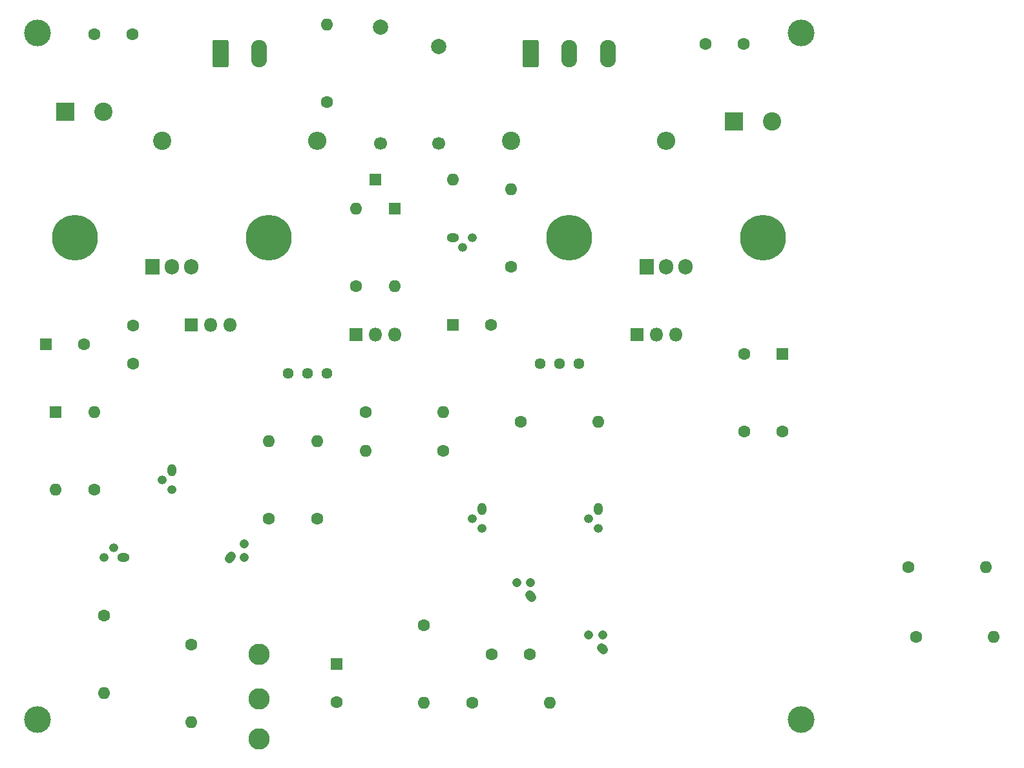
<source format=gbr>
G04 #@! TF.GenerationSoftware,KiCad,Pcbnew,(5.0.2)-1*
G04 #@! TF.CreationDate,2020-03-01T15:29:14+01:00*
G04 #@! TF.ProjectId,Ampli,416d706c-692e-46b6-9963-61645f706362,rev?*
G04 #@! TF.SameCoordinates,Original*
G04 #@! TF.FileFunction,Copper,L2,Bot*
G04 #@! TF.FilePolarity,Positive*
%FSLAX46Y46*%
G04 Gerber Fmt 4.6, Leading zero omitted, Abs format (unit mm)*
G04 Created by KiCad (PCBNEW (5.0.2)-1) date 01/03/2020 15:29:14*
%MOMM*%
%LPD*%
G01*
G04 APERTURE LIST*
G04 #@! TA.AperFunction,ComponentPad*
%ADD10C,1.600000*%
G04 #@! TD*
G04 #@! TA.AperFunction,ComponentPad*
%ADD11R,1.600000X1.600000*%
G04 #@! TD*
G04 #@! TA.AperFunction,ComponentPad*
%ADD12C,2.400000*%
G04 #@! TD*
G04 #@! TA.AperFunction,ComponentPad*
%ADD13R,2.400000X2.400000*%
G04 #@! TD*
G04 #@! TA.AperFunction,ComponentPad*
%ADD14O,1.600000X1.600000*%
G04 #@! TD*
G04 #@! TA.AperFunction,ComponentPad*
%ADD15C,6.000000*%
G04 #@! TD*
G04 #@! TA.AperFunction,Conductor*
%ADD16C,0.100000*%
G04 #@! TD*
G04 #@! TA.AperFunction,ComponentPad*
%ADD17C,2.080000*%
G04 #@! TD*
G04 #@! TA.AperFunction,ComponentPad*
%ADD18O,2.080000X3.600000*%
G04 #@! TD*
G04 #@! TA.AperFunction,ComponentPad*
%ADD19C,1.200000*%
G04 #@! TD*
G04 #@! TA.AperFunction,Conductor*
%ADD20C,1.200000*%
G04 #@! TD*
G04 #@! TA.AperFunction,ComponentPad*
%ADD21O,1.200000X1.200000*%
G04 #@! TD*
G04 #@! TA.AperFunction,ComponentPad*
%ADD22O,1.600000X1.200000*%
G04 #@! TD*
G04 #@! TA.AperFunction,ComponentPad*
%ADD23O,1.200000X1.600000*%
G04 #@! TD*
G04 #@! TA.AperFunction,ComponentPad*
%ADD24R,1.800000X1.800000*%
G04 #@! TD*
G04 #@! TA.AperFunction,ComponentPad*
%ADD25O,1.800000X1.800000*%
G04 #@! TD*
G04 #@! TA.AperFunction,ComponentPad*
%ADD26O,1.905000X2.000000*%
G04 #@! TD*
G04 #@! TA.AperFunction,ComponentPad*
%ADD27R,1.905000X2.000000*%
G04 #@! TD*
G04 #@! TA.AperFunction,ComponentPad*
%ADD28O,2.400000X2.400000*%
G04 #@! TD*
G04 #@! TA.AperFunction,ComponentPad*
%ADD29C,1.440000*%
G04 #@! TD*
G04 #@! TA.AperFunction,ComponentPad*
%ADD30C,1.700000*%
G04 #@! TD*
G04 #@! TA.AperFunction,ComponentPad*
%ADD31C,2.000000*%
G04 #@! TD*
G04 #@! TA.AperFunction,ComponentPad*
%ADD32C,2.800000*%
G04 #@! TD*
G04 #@! TA.AperFunction,ViaPad*
%ADD33C,3.500000*%
G04 #@! TD*
G04 APERTURE END LIST*
D10*
G04 #@! TO.P,C1,2*
G04 #@! TO.N,Net-(C1-Pad2)*
X76200000Y-116760000D03*
D11*
G04 #@! TO.P,C1,1*
G04 #@! TO.N,Net-(C1-Pad1)*
X76200000Y-111760000D03*
G04 #@! TD*
D10*
G04 #@! TO.P,C2,2*
G04 #@! TO.N,Net-(C2-Pad2)*
X101520000Y-110490000D03*
G04 #@! TO.P,C2,1*
G04 #@! TO.N,Net-(C2-Pad1)*
X96520000Y-110490000D03*
G04 #@! TD*
D11*
G04 #@! TO.P,C3,1*
G04 #@! TO.N,Net-(C3-Pad1)*
X91440000Y-67310000D03*
D10*
G04 #@! TO.P,C3,2*
G04 #@! TO.N,-12V*
X96440000Y-67310000D03*
G04 #@! TD*
G04 #@! TO.P,C4,2*
G04 #@! TO.N,GND*
X43100000Y-69850000D03*
D11*
G04 #@! TO.P,C4,1*
G04 #@! TO.N,+12V*
X38100000Y-69850000D03*
G04 #@! TD*
D10*
G04 #@! TO.P,C5,1*
G04 #@! TO.N,+12V*
X49530000Y-72390000D03*
G04 #@! TO.P,C5,2*
G04 #@! TO.N,GND*
X49530000Y-67390000D03*
G04 #@! TD*
D11*
G04 #@! TO.P,C6,1*
G04 #@! TO.N,GND*
X134620000Y-71120000D03*
D10*
G04 #@! TO.P,C6,2*
G04 #@! TO.N,-12V*
X129620000Y-71120000D03*
G04 #@! TD*
G04 #@! TO.P,C7,1*
G04 #@! TO.N,GND*
X134620000Y-81280000D03*
G04 #@! TO.P,C7,2*
G04 #@! TO.N,-12V*
X129620000Y-81280000D03*
G04 #@! TD*
D12*
G04 #@! TO.P,C8,2*
G04 #@! TO.N,GND*
X45640000Y-39370000D03*
D13*
G04 #@! TO.P,C8,1*
G04 #@! TO.N,+12V*
X40640000Y-39370000D03*
G04 #@! TD*
D10*
G04 #@! TO.P,C9,1*
G04 #@! TO.N,+12V*
X129540000Y-30480000D03*
G04 #@! TO.P,C9,2*
G04 #@! TO.N,GND*
X124540000Y-30480000D03*
G04 #@! TD*
D13*
G04 #@! TO.P,C10,1*
G04 #@! TO.N,GND*
X128270000Y-40640000D03*
D12*
G04 #@! TO.P,C10,2*
G04 #@! TO.N,-12V*
X133270000Y-40640000D03*
G04 #@! TD*
D10*
G04 #@! TO.P,C11,2*
G04 #@! TO.N,-12V*
X49450000Y-29210000D03*
G04 #@! TO.P,C11,1*
G04 #@! TO.N,GND*
X44450000Y-29210000D03*
G04 #@! TD*
D14*
G04 #@! TO.P,D1,2*
G04 #@! TO.N,Net-(D1-Pad2)*
X91440000Y-48260000D03*
D11*
G04 #@! TO.P,D1,1*
G04 #@! TO.N,+12V*
X81280000Y-48260000D03*
G04 #@! TD*
G04 #@! TO.P,D2,1*
G04 #@! TO.N,Net-(D2-Pad1)*
X83820000Y-52070000D03*
D14*
G04 #@! TO.P,D2,2*
G04 #@! TO.N,Net-(C3-Pad1)*
X83820000Y-62230000D03*
G04 #@! TD*
D11*
G04 #@! TO.P,Dz1,1*
G04 #@! TO.N,+12V*
X39370000Y-78740000D03*
D14*
G04 #@! TO.P,Dz1,2*
G04 #@! TO.N,Net-(Dz1-Pad2)*
X39370000Y-88900000D03*
G04 #@! TD*
D15*
G04 #@! TO.P,HS1,1*
G04 #@! TO.N,N/C*
X132080000Y-55880000D03*
X106680000Y-55880000D03*
G04 #@! TD*
G04 #@! TO.P,HS2,1*
G04 #@! TO.N,N/C*
X41910000Y-55880000D03*
X67310000Y-55880000D03*
G04 #@! TD*
D16*
G04 #@! TO.N,Net-(J2-Pad1)*
G04 #@! TO.C,J2*
G36*
X61774505Y-29951204D02*
X61798773Y-29954804D01*
X61822572Y-29960765D01*
X61845671Y-29969030D01*
X61867850Y-29979520D01*
X61888893Y-29992132D01*
X61908599Y-30006747D01*
X61926777Y-30023223D01*
X61943253Y-30041401D01*
X61957868Y-30061107D01*
X61970480Y-30082150D01*
X61980970Y-30104329D01*
X61989235Y-30127428D01*
X61995196Y-30151227D01*
X61998796Y-30175495D01*
X62000000Y-30199999D01*
X62000000Y-33300001D01*
X61998796Y-33324505D01*
X61995196Y-33348773D01*
X61989235Y-33372572D01*
X61980970Y-33395671D01*
X61970480Y-33417850D01*
X61957868Y-33438893D01*
X61943253Y-33458599D01*
X61926777Y-33476777D01*
X61908599Y-33493253D01*
X61888893Y-33507868D01*
X61867850Y-33520480D01*
X61845671Y-33530970D01*
X61822572Y-33539235D01*
X61798773Y-33545196D01*
X61774505Y-33548796D01*
X61750001Y-33550000D01*
X60169999Y-33550000D01*
X60145495Y-33548796D01*
X60121227Y-33545196D01*
X60097428Y-33539235D01*
X60074329Y-33530970D01*
X60052150Y-33520480D01*
X60031107Y-33507868D01*
X60011401Y-33493253D01*
X59993223Y-33476777D01*
X59976747Y-33458599D01*
X59962132Y-33438893D01*
X59949520Y-33417850D01*
X59939030Y-33395671D01*
X59930765Y-33372572D01*
X59924804Y-33348773D01*
X59921204Y-33324505D01*
X59920000Y-33300001D01*
X59920000Y-30199999D01*
X59921204Y-30175495D01*
X59924804Y-30151227D01*
X59930765Y-30127428D01*
X59939030Y-30104329D01*
X59949520Y-30082150D01*
X59962132Y-30061107D01*
X59976747Y-30041401D01*
X59993223Y-30023223D01*
X60011401Y-30006747D01*
X60031107Y-29992132D01*
X60052150Y-29979520D01*
X60074329Y-29969030D01*
X60097428Y-29960765D01*
X60121227Y-29954804D01*
X60145495Y-29951204D01*
X60169999Y-29950000D01*
X61750001Y-29950000D01*
X61774505Y-29951204D01*
X61774505Y-29951204D01*
G37*
D17*
G04 #@! TD*
G04 #@! TO.P,J2,1*
G04 #@! TO.N,Net-(J2-Pad1)*
X60960000Y-31750000D03*
D18*
G04 #@! TO.P,J2,2*
G04 #@! TO.N,GND*
X66040000Y-31750000D03*
G04 #@! TD*
D16*
G04 #@! TO.N,-12V*
G04 #@! TO.C,J3*
G36*
X102414505Y-29951204D02*
X102438773Y-29954804D01*
X102462572Y-29960765D01*
X102485671Y-29969030D01*
X102507850Y-29979520D01*
X102528893Y-29992132D01*
X102548599Y-30006747D01*
X102566777Y-30023223D01*
X102583253Y-30041401D01*
X102597868Y-30061107D01*
X102610480Y-30082150D01*
X102620970Y-30104329D01*
X102629235Y-30127428D01*
X102635196Y-30151227D01*
X102638796Y-30175495D01*
X102640000Y-30199999D01*
X102640000Y-33300001D01*
X102638796Y-33324505D01*
X102635196Y-33348773D01*
X102629235Y-33372572D01*
X102620970Y-33395671D01*
X102610480Y-33417850D01*
X102597868Y-33438893D01*
X102583253Y-33458599D01*
X102566777Y-33476777D01*
X102548599Y-33493253D01*
X102528893Y-33507868D01*
X102507850Y-33520480D01*
X102485671Y-33530970D01*
X102462572Y-33539235D01*
X102438773Y-33545196D01*
X102414505Y-33548796D01*
X102390001Y-33550000D01*
X100809999Y-33550000D01*
X100785495Y-33548796D01*
X100761227Y-33545196D01*
X100737428Y-33539235D01*
X100714329Y-33530970D01*
X100692150Y-33520480D01*
X100671107Y-33507868D01*
X100651401Y-33493253D01*
X100633223Y-33476777D01*
X100616747Y-33458599D01*
X100602132Y-33438893D01*
X100589520Y-33417850D01*
X100579030Y-33395671D01*
X100570765Y-33372572D01*
X100564804Y-33348773D01*
X100561204Y-33324505D01*
X100560000Y-33300001D01*
X100560000Y-30199999D01*
X100561204Y-30175495D01*
X100564804Y-30151227D01*
X100570765Y-30127428D01*
X100579030Y-30104329D01*
X100589520Y-30082150D01*
X100602132Y-30061107D01*
X100616747Y-30041401D01*
X100633223Y-30023223D01*
X100651401Y-30006747D01*
X100671107Y-29992132D01*
X100692150Y-29979520D01*
X100714329Y-29969030D01*
X100737428Y-29960765D01*
X100761227Y-29954804D01*
X100785495Y-29951204D01*
X100809999Y-29950000D01*
X102390001Y-29950000D01*
X102414505Y-29951204D01*
X102414505Y-29951204D01*
G37*
D17*
G04 #@! TD*
G04 #@! TO.P,J3,1*
G04 #@! TO.N,-12V*
X101600000Y-31750000D03*
D18*
G04 #@! TO.P,J3,2*
G04 #@! TO.N,GND*
X106680000Y-31750000D03*
G04 #@! TO.P,J3,3*
G04 #@! TO.N,+12V*
X111760000Y-31750000D03*
G04 #@! TD*
D19*
G04 #@! TO.P,Q1,1*
G04 #@! TO.N,Net-(Q1-Pad1)*
X62230000Y-97790000D03*
D20*
G04 #@! TD*
G04 #@! TO.N,Net-(Q1-Pad1)*
G04 #@! TO.C,Q1*
X62088579Y-97931421D02*
X62371421Y-97648579D01*
D19*
G04 #@! TO.P,Q1,2*
G04 #@! TO.N,Net-(C1-Pad1)*
X64026051Y-97790000D03*
D20*
G04 #@! TD*
G04 #@! TO.N,Net-(C1-Pad1)*
G04 #@! TO.C,Q1*
X64026051Y-97790000D02*
X64026051Y-97790000D01*
D19*
G04 #@! TO.P,Q1,3*
G04 #@! TO.N,Net-(C2-Pad2)*
X64026051Y-95993949D03*
D20*
G04 #@! TD*
G04 #@! TO.N,Net-(C2-Pad2)*
G04 #@! TO.C,Q1*
X64026051Y-95993949D02*
X64026051Y-95993949D01*
D21*
G04 #@! TO.P,Q2,3*
G04 #@! TO.N,Net-(Q2-Pad3)*
X45720000Y-97790000D03*
G04 #@! TO.P,Q2,2*
G04 #@! TO.N,Net-(Q2-Pad2)*
X46990000Y-96520000D03*
D22*
G04 #@! TO.P,Q2,1*
G04 #@! TO.N,Net-(Q1-Pad1)*
X48260000Y-97790000D03*
G04 #@! TD*
D21*
G04 #@! TO.P,Q3,3*
G04 #@! TO.N,Net-(Q1-Pad1)*
X54610000Y-88900000D03*
G04 #@! TO.P,Q3,2*
G04 #@! TO.N,Net-(Dz1-Pad2)*
X53340000Y-87630000D03*
D23*
G04 #@! TO.P,Q3,1*
G04 #@! TO.N,Net-(Q3-Pad1)*
X54610000Y-86360000D03*
G04 #@! TD*
D19*
G04 #@! TO.P,Q4,3*
G04 #@! TO.N,Net-(C2-Pad1)*
X99803949Y-101073949D03*
D20*
G04 #@! TD*
G04 #@! TO.N,Net-(C2-Pad1)*
G04 #@! TO.C,Q4*
X99803949Y-101073949D02*
X99803949Y-101073949D01*
D19*
G04 #@! TO.P,Q4,2*
G04 #@! TO.N,Net-(C2-Pad2)*
X101600000Y-101073949D03*
D20*
G04 #@! TD*
G04 #@! TO.N,Net-(C2-Pad2)*
G04 #@! TO.C,Q4*
X101600000Y-101073949D02*
X101600000Y-101073949D01*
D19*
G04 #@! TO.P,Q4,1*
G04 #@! TO.N,Net-(Q4-Pad1)*
X101600000Y-102870000D03*
D20*
G04 #@! TD*
G04 #@! TO.N,Net-(Q4-Pad1)*
G04 #@! TO.C,Q4*
X101741421Y-103011421D02*
X101458579Y-102728579D01*
D19*
G04 #@! TO.P,Q5,1*
G04 #@! TO.N,Net-(Q5-Pad1)*
X111016051Y-109746051D03*
D20*
G04 #@! TD*
G04 #@! TO.N,Net-(Q5-Pad1)*
G04 #@! TO.C,Q5*
X111157472Y-109887472D02*
X110874630Y-109604630D01*
D19*
G04 #@! TO.P,Q5,2*
G04 #@! TO.N,Net-(Q4-Pad1)*
X111016051Y-107950000D03*
D20*
G04 #@! TD*
G04 #@! TO.N,Net-(Q4-Pad1)*
G04 #@! TO.C,Q5*
X111016051Y-107950000D02*
X111016051Y-107950000D01*
D19*
G04 #@! TO.P,Q5,3*
G04 #@! TO.N,Net-(C2-Pad1)*
X109220000Y-107950000D03*
D20*
G04 #@! TD*
G04 #@! TO.N,Net-(C2-Pad1)*
G04 #@! TO.C,Q5*
X109220000Y-107950000D02*
X109220000Y-107950000D01*
D21*
G04 #@! TO.P,Q6,3*
G04 #@! TO.N,Net-(Q6-Pad3)*
X110490000Y-93980000D03*
G04 #@! TO.P,Q6,2*
G04 #@! TO.N,Net-(Q6-Pad2)*
X109220000Y-92710000D03*
D23*
G04 #@! TO.P,Q6,1*
G04 #@! TO.N,Net-(Q6-Pad1)*
X110490000Y-91440000D03*
G04 #@! TD*
G04 #@! TO.P,Q7,1*
G04 #@! TO.N,Net-(Q7-Pad1)*
X95250000Y-91440000D03*
D21*
G04 #@! TO.P,Q7,2*
G04 #@! TO.N,Net-(Q6-Pad2)*
X93980000Y-92710000D03*
G04 #@! TO.P,Q7,3*
X95250000Y-93980000D03*
G04 #@! TD*
D24*
G04 #@! TO.P,Q8,1*
G04 #@! TO.N,Net-(C2-Pad1)*
X78740000Y-68580000D03*
D25*
G04 #@! TO.P,Q8,2*
G04 #@! TO.N,Net-(Q6-Pad3)*
X81280000Y-68580000D03*
G04 #@! TO.P,Q8,3*
G04 #@! TO.N,Net-(Q8-Pad3)*
X83820000Y-68580000D03*
G04 #@! TD*
G04 #@! TO.P,Q9,3*
G04 #@! TO.N,Net-(Q6-Pad3)*
X120650000Y-68580000D03*
G04 #@! TO.P,Q9,2*
G04 #@! TO.N,Net-(Q10-Pad1)*
X118110000Y-68580000D03*
D24*
G04 #@! TO.P,Q9,1*
G04 #@! TO.N,Net-(Q10-Pad2)*
X115570000Y-68580000D03*
G04 #@! TD*
D26*
G04 #@! TO.P,Q10,3*
G04 #@! TO.N,+12V*
X57150000Y-59690000D03*
G04 #@! TO.P,Q10,2*
G04 #@! TO.N,Net-(Q10-Pad2)*
X54610000Y-59690000D03*
D27*
G04 #@! TO.P,Q10,1*
G04 #@! TO.N,Net-(Q10-Pad1)*
X52070000Y-59690000D03*
G04 #@! TD*
D24*
G04 #@! TO.P,Q11,1*
G04 #@! TO.N,Net-(Q11-Pad1)*
X57150000Y-67310000D03*
D25*
G04 #@! TO.P,Q11,2*
G04 #@! TO.N,Net-(Q11-Pad2)*
X59690000Y-67310000D03*
G04 #@! TO.P,Q11,3*
G04 #@! TO.N,Net-(C2-Pad1)*
X62230000Y-67310000D03*
G04 #@! TD*
D27*
G04 #@! TO.P,Q12,1*
G04 #@! TO.N,Net-(Q11-Pad2)*
X116840000Y-59690000D03*
D26*
G04 #@! TO.P,Q12,2*
G04 #@! TO.N,Net-(Q11-Pad1)*
X119380000Y-59690000D03*
G04 #@! TO.P,Q12,3*
G04 #@! TO.N,-12V*
X121920000Y-59690000D03*
G04 #@! TD*
D22*
G04 #@! TO.P,Q13,1*
G04 #@! TO.N,GND*
X91440000Y-55880000D03*
D21*
G04 #@! TO.P,Q13,2*
G04 #@! TO.N,Net-(D2-Pad1)*
X92710000Y-57150000D03*
G04 #@! TO.P,Q13,3*
G04 #@! TO.N,Net-(D1-Pad2)*
X93980000Y-55880000D03*
G04 #@! TD*
D10*
G04 #@! TO.P,R1,1*
G04 #@! TO.N,Net-(C1-Pad1)*
X57150000Y-109220000D03*
D14*
G04 #@! TO.P,R1,2*
G04 #@! TO.N,GND*
X57150000Y-119380000D03*
G04 #@! TD*
D10*
G04 #@! TO.P,R2,1*
G04 #@! TO.N,Net-(C2-Pad2)*
X87630000Y-106680000D03*
D14*
G04 #@! TO.P,R2,2*
G04 #@! TO.N,-12V*
X87630000Y-116840000D03*
G04 #@! TD*
G04 #@! TO.P,R3,2*
G04 #@! TO.N,-12V*
X45720000Y-115570000D03*
D10*
G04 #@! TO.P,R3,1*
G04 #@! TO.N,Net-(Q2-Pad3)*
X45720000Y-105410000D03*
G04 #@! TD*
G04 #@! TO.P,R4,1*
G04 #@! TO.N,Net-(Q3-Pad1)*
X67310000Y-92710000D03*
D14*
G04 #@! TO.P,R4,2*
G04 #@! TO.N,+12V*
X67310000Y-82550000D03*
G04 #@! TD*
G04 #@! TO.P,R5,2*
G04 #@! TO.N,GND*
X44450000Y-78740000D03*
D10*
G04 #@! TO.P,R5,1*
G04 #@! TO.N,Net-(Dz1-Pad2)*
X44450000Y-88900000D03*
G04 #@! TD*
D14*
G04 #@! TO.P,R6,2*
G04 #@! TO.N,Net-(Q5-Pad1)*
X104140000Y-116840000D03*
D10*
G04 #@! TO.P,R6,1*
G04 #@! TO.N,-12V*
X93980000Y-116840000D03*
G04 #@! TD*
D14*
G04 #@! TO.P,R7,2*
G04 #@! TO.N,+12V*
X80010000Y-83820000D03*
D10*
G04 #@! TO.P,R7,1*
G04 #@! TO.N,Net-(Q6-Pad1)*
X90170000Y-83820000D03*
G04 #@! TD*
G04 #@! TO.P,R8,1*
G04 #@! TO.N,Net-(C2-Pad1)*
X100330000Y-80010000D03*
D14*
G04 #@! TO.P,R8,2*
G04 #@! TO.N,Net-(R8-Pad2)*
X110490000Y-80010000D03*
G04 #@! TD*
D10*
G04 #@! TO.P,R9,1*
G04 #@! TO.N,Net-(Q7-Pad1)*
X73660000Y-92710000D03*
D14*
G04 #@! TO.P,R9,2*
G04 #@! TO.N,+12V*
X73660000Y-82550000D03*
G04 #@! TD*
D10*
G04 #@! TO.P,R10,1*
G04 #@! TO.N,Net-(R10-Pad1)*
X80010000Y-78740000D03*
D14*
G04 #@! TO.P,R10,2*
G04 #@! TO.N,Net-(Q6-Pad2)*
X90170000Y-78740000D03*
G04 #@! TD*
D28*
G04 #@! TO.P,R11,2*
G04 #@! TO.N,Net-(R11-Pad2)*
X73660000Y-43180000D03*
D12*
G04 #@! TO.P,R11,1*
G04 #@! TO.N,Net-(Q10-Pad2)*
X53340000Y-43180000D03*
G04 #@! TD*
G04 #@! TO.P,R12,1*
G04 #@! TO.N,Net-(R11-Pad2)*
X99060000Y-43180000D03*
D28*
G04 #@! TO.P,R12,2*
G04 #@! TO.N,Net-(Q11-Pad1)*
X119380000Y-43180000D03*
G04 #@! TD*
D14*
G04 #@! TO.P,R13,2*
G04 #@! TO.N,Net-(R11-Pad2)*
X74930000Y-27940000D03*
D10*
G04 #@! TO.P,R13,1*
G04 #@! TO.N,GND*
X74930000Y-38100000D03*
G04 #@! TD*
D14*
G04 #@! TO.P,R14,2*
G04 #@! TO.N,Net-(Q2-Pad2)*
X161290000Y-99060000D03*
D10*
G04 #@! TO.P,R14,1*
G04 #@! TO.N,Net-(R11-Pad2)*
X151130000Y-99060000D03*
G04 #@! TD*
G04 #@! TO.P,R15,1*
G04 #@! TO.N,Net-(Q2-Pad2)*
X152075001Y-108195001D03*
D14*
G04 #@! TO.P,R15,2*
G04 #@! TO.N,GND*
X162235001Y-108195001D03*
G04 #@! TD*
G04 #@! TO.P,R16,2*
G04 #@! TO.N,+12V*
X78740000Y-52070000D03*
D10*
G04 #@! TO.P,R16,1*
G04 #@! TO.N,Net-(C3-Pad1)*
X78740000Y-62230000D03*
G04 #@! TD*
G04 #@! TO.P,R17,1*
G04 #@! TO.N,GND*
X99060000Y-59690000D03*
D14*
G04 #@! TO.P,R17,2*
G04 #@! TO.N,Net-(D2-Pad1)*
X99060000Y-49530000D03*
G04 #@! TD*
D29*
G04 #@! TO.P,RV1,3*
G04 #@! TO.N,Net-(R8-Pad2)*
X102870000Y-72390000D03*
G04 #@! TO.P,RV1,2*
G04 #@! TO.N,Net-(Q8-Pad3)*
X105410000Y-72390000D03*
G04 #@! TO.P,RV1,1*
G04 #@! TO.N,Net-(Q6-Pad3)*
X107950000Y-72390000D03*
G04 #@! TD*
G04 #@! TO.P,RV2,1*
G04 #@! TO.N,Net-(R10-Pad1)*
X74930000Y-73660000D03*
G04 #@! TO.P,RV2,2*
X72390000Y-73660000D03*
G04 #@! TO.P,RV2,3*
G04 #@! TO.N,GND*
X69850000Y-73660000D03*
G04 #@! TD*
D30*
G04 #@! TO.P,U1,b1*
G04 #@! TO.N,Net-(D1-Pad2)*
X89535000Y-43515000D03*
D31*
G04 #@! TO.P,U1,c1*
G04 #@! TO.N,Net-(R11-Pad2)*
X89535000Y-30815000D03*
D30*
G04 #@! TO.P,U1,b2*
G04 #@! TO.N,+12V*
X81915000Y-43515000D03*
D31*
G04 #@! TO.P,U1,c2*
G04 #@! TO.N,Net-(J2-Pad1)*
X81915000Y-28275000D03*
G04 #@! TD*
D32*
G04 #@! TO.P,U2,TN*
G04 #@! TO.N,N/C*
X66040000Y-110490000D03*
G04 #@! TO.P,U2,G*
G04 #@! TO.N,GND*
X66040000Y-121590000D03*
G04 #@! TO.P,U2,T*
G04 #@! TO.N,Net-(C1-Pad2)*
X66040000Y-116290000D03*
G04 #@! TD*
D33*
G04 #@! TO.N,*
X37000000Y-29000000D03*
X137000000Y-29000000D03*
X37000000Y-119000000D03*
X137000000Y-119000000D03*
G04 #@! TD*
M02*

</source>
